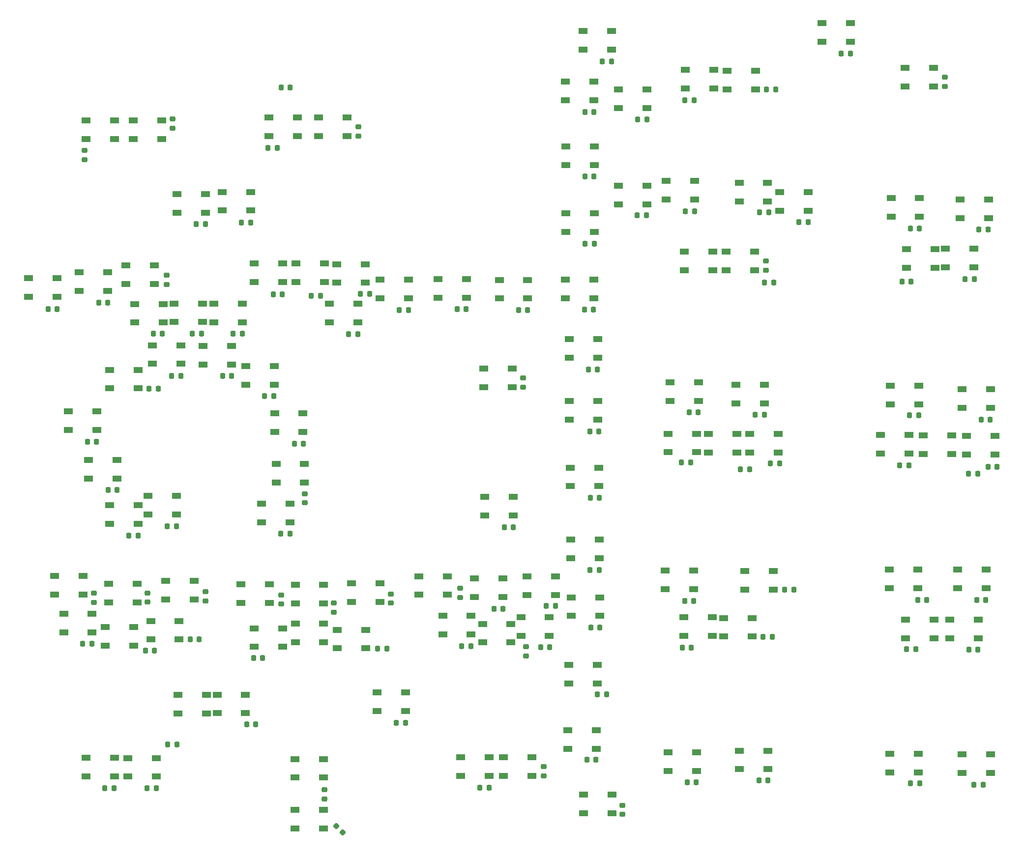
<source format=gbr>
%TF.GenerationSoftware,KiCad,Pcbnew,(6.0.9)*%
%TF.CreationDate,2022-12-07T12:29:01-09:00*%
%TF.ProjectId,COMM Panel,434f4d4d-2050-4616-9e65-6c2e6b696361,rev?*%
%TF.SameCoordinates,Original*%
%TF.FileFunction,Paste,Top*%
%TF.FilePolarity,Positive*%
%FSLAX46Y46*%
G04 Gerber Fmt 4.6, Leading zero omitted, Abs format (unit mm)*
G04 Created by KiCad (PCBNEW (6.0.9)) date 2022-12-07 12:29:01*
%MOMM*%
%LPD*%
G01*
G04 APERTURE LIST*
G04 Aperture macros list*
%AMRoundRect*
0 Rectangle with rounded corners*
0 $1 Rounding radius*
0 $2 $3 $4 $5 $6 $7 $8 $9 X,Y pos of 4 corners*
0 Add a 4 corners polygon primitive as box body*
4,1,4,$2,$3,$4,$5,$6,$7,$8,$9,$2,$3,0*
0 Add four circle primitives for the rounded corners*
1,1,$1+$1,$2,$3*
1,1,$1+$1,$4,$5*
1,1,$1+$1,$6,$7*
1,1,$1+$1,$8,$9*
0 Add four rect primitives between the rounded corners*
20,1,$1+$1,$2,$3,$4,$5,0*
20,1,$1+$1,$4,$5,$6,$7,0*
20,1,$1+$1,$6,$7,$8,$9,0*
20,1,$1+$1,$8,$9,$2,$3,0*%
G04 Aperture macros list end*
%ADD10RoundRect,0.218750X0.256250X-0.218750X0.256250X0.218750X-0.256250X0.218750X-0.256250X-0.218750X0*%
%ADD11RoundRect,0.218750X-0.218750X-0.256250X0.218750X-0.256250X0.218750X0.256250X-0.218750X0.256250X0*%
%ADD12R,1.500000X1.000000*%
%ADD13RoundRect,0.218750X-0.256250X0.218750X-0.256250X-0.218750X0.256250X-0.218750X0.256250X0.218750X0*%
%ADD14RoundRect,0.218750X0.218750X0.256250X-0.218750X0.256250X-0.218750X-0.256250X0.218750X-0.256250X0*%
%ADD15RoundRect,0.218750X0.335876X0.026517X0.026517X0.335876X-0.335876X-0.026517X-0.026517X-0.335876X0*%
G04 APERTURE END LIST*
D10*
%TO.C,C48*%
X151930000Y-126685000D03*
X151930000Y-128260000D03*
%TD*%
D11*
%TO.C,C59*%
X166660000Y-25790000D03*
X165085000Y-25790000D03*
%TD*%
D12*
%TO.C,D109*%
X161850000Y-152150000D03*
X161850000Y-155350000D03*
X166750000Y-152150000D03*
X166750000Y-155350000D03*
%TD*%
D13*
%TO.C,C33*%
X86750000Y-119000000D03*
X86750000Y-117425000D03*
%TD*%
D11*
%TO.C,C25*%
X91750000Y-105925000D03*
X90175000Y-105925000D03*
%TD*%
%TO.C,R1*%
X111350000Y-30325000D03*
X109775000Y-30325000D03*
%TD*%
D10*
%TO.C,C110*%
X75900000Y-41150000D03*
X75900000Y-42725000D03*
%TD*%
D13*
%TO.C,C109*%
X168550000Y-155567500D03*
X168550000Y-153992500D03*
%TD*%
D11*
%TO.C,C108*%
X123007500Y-72820000D03*
X121432500Y-72820000D03*
%TD*%
%TO.C,C107*%
X207810000Y-24450000D03*
X206235000Y-24450000D03*
%TD*%
D13*
%TO.C,C106*%
X224140000Y-30125000D03*
X224140000Y-28550000D03*
%TD*%
D14*
%TO.C,C105*%
X193400000Y-30660000D03*
X194975000Y-30660000D03*
%TD*%
D11*
%TO.C,C104*%
X180880000Y-32480000D03*
X179305000Y-32480000D03*
%TD*%
%TO.C,C103*%
X172800000Y-35810000D03*
X171225000Y-35810000D03*
%TD*%
%TO.C,C102*%
X231555000Y-54800000D03*
X229980000Y-54800000D03*
%TD*%
%TO.C,C101*%
X219720000Y-54580000D03*
X218145000Y-54580000D03*
%TD*%
%TO.C,C100*%
X200530000Y-53490000D03*
X198955000Y-53490000D03*
%TD*%
%TO.C,C99*%
X193787500Y-51800000D03*
X192212500Y-51800000D03*
%TD*%
%TO.C,C98*%
X180965000Y-51670000D03*
X179390000Y-51670000D03*
%TD*%
%TO.C,C97*%
X172715000Y-52340000D03*
X171140000Y-52340000D03*
%TD*%
%TO.C,C96*%
X229150000Y-63300000D03*
X227575000Y-63300000D03*
%TD*%
%TO.C,C95*%
X218287500Y-63800000D03*
X216712500Y-63800000D03*
%TD*%
D13*
%TO.C,C94*%
X193260000Y-61805000D03*
X193260000Y-60230000D03*
%TD*%
D14*
%TO.C,C93*%
X193040000Y-63910000D03*
X194615000Y-63910000D03*
%TD*%
D11*
%TO.C,C92*%
X231930000Y-87510000D03*
X230355000Y-87510000D03*
%TD*%
%TO.C,C91*%
X219595000Y-86820000D03*
X218020000Y-86820000D03*
%TD*%
%TO.C,C90*%
X193030000Y-86680000D03*
X191455000Y-86680000D03*
%TD*%
%TO.C,C89*%
X181620000Y-86290000D03*
X180045000Y-86290000D03*
%TD*%
%TO.C,C88*%
X233100000Y-95660000D03*
X231525000Y-95660000D03*
%TD*%
%TO.C,C87*%
X229767500Y-96900000D03*
X228192500Y-96900000D03*
%TD*%
%TO.C,C86*%
X217880000Y-95390000D03*
X216305000Y-95390000D03*
%TD*%
%TO.C,C85*%
X195637500Y-95100000D03*
X194062500Y-95100000D03*
%TD*%
%TO.C,C84*%
X190467500Y-96100000D03*
X188892500Y-96100000D03*
%TD*%
%TO.C,C83*%
X180287500Y-94950000D03*
X178712500Y-94950000D03*
%TD*%
%TO.C,C82*%
X231170000Y-118620000D03*
X229595000Y-118620000D03*
%TD*%
D14*
%TO.C,C81*%
X219435000Y-118600000D03*
X221010000Y-118600000D03*
%TD*%
%TO.C,C80*%
X196500000Y-116875000D03*
X198075000Y-116875000D03*
%TD*%
D11*
%TO.C,C79*%
X180850000Y-118760000D03*
X179275000Y-118760000D03*
%TD*%
%TO.C,C78*%
X229795000Y-127160000D03*
X228220000Y-127160000D03*
%TD*%
%TO.C,C77*%
X219095460Y-127093980D03*
X217520460Y-127093980D03*
%TD*%
D14*
%TO.C,C76*%
X192775000Y-124975000D03*
X194350000Y-124975000D03*
%TD*%
D11*
%TO.C,C75*%
X180425000Y-126800000D03*
X178850000Y-126800000D03*
%TD*%
%TO.C,C74*%
X230675000Y-150460000D03*
X229100000Y-150460000D03*
%TD*%
%TO.C,C73*%
X219787500Y-150164800D03*
X218212500Y-150164800D03*
%TD*%
%TO.C,C72*%
X193650000Y-149725000D03*
X192075000Y-149725000D03*
%TD*%
%TO.C,C71*%
X181300000Y-150025000D03*
X179725000Y-150025000D03*
%TD*%
%TO.C,C70*%
X164025000Y-146175000D03*
X162450000Y-146175000D03*
%TD*%
D14*
%TO.C,C69*%
X164250000Y-134900000D03*
X165825000Y-134900000D03*
%TD*%
D11*
%TO.C,C68*%
X164687500Y-123375000D03*
X163112500Y-123375000D03*
%TD*%
%TO.C,C67*%
X164575000Y-113425000D03*
X163000000Y-113425000D03*
%TD*%
%TO.C,C66*%
X164590000Y-101000000D03*
X163015000Y-101000000D03*
%TD*%
%TO.C,C65*%
X164517500Y-89600000D03*
X162942500Y-89600000D03*
%TD*%
%TO.C,C64*%
X164270000Y-78880000D03*
X162695000Y-78880000D03*
%TD*%
%TO.C,C63*%
X163590000Y-68610000D03*
X162015000Y-68610000D03*
%TD*%
%TO.C,C62*%
X163730000Y-57250000D03*
X162155000Y-57250000D03*
%TD*%
%TO.C,C61*%
X163680000Y-45650000D03*
X162105000Y-45650000D03*
%TD*%
%TO.C,C60*%
X163680000Y-34540000D03*
X162105000Y-34540000D03*
%TD*%
D13*
%TO.C,C58*%
X155000000Y-148925000D03*
X155000000Y-147350000D03*
%TD*%
D11*
%TO.C,C57*%
X145600000Y-150975000D03*
X144025000Y-150975000D03*
%TD*%
D15*
%TO.C,C56*%
X119247333Y-157553073D03*
X120361027Y-158666767D03*
%TD*%
D10*
%TO.C,C55*%
X117221000Y-151333000D03*
X117221000Y-152908000D03*
%TD*%
D11*
%TO.C,C54*%
X88267500Y-151090000D03*
X86692500Y-151090000D03*
%TD*%
%TO.C,C53*%
X80980000Y-151090000D03*
X79405000Y-151090000D03*
%TD*%
%TO.C,C52*%
X131200000Y-139775000D03*
X129625000Y-139775000D03*
%TD*%
D14*
%TO.C,C51*%
X103860500Y-140081000D03*
X105435500Y-140081000D03*
%TD*%
D11*
%TO.C,C50*%
X91817500Y-143550000D03*
X90242500Y-143550000D03*
%TD*%
%TO.C,C49*%
X156050000Y-126750000D03*
X154475000Y-126750000D03*
%TD*%
%TO.C,C47*%
X142460000Y-126600000D03*
X140885000Y-126600000D03*
%TD*%
D14*
%TO.C,C46*%
X126400000Y-126975000D03*
X127975000Y-126975000D03*
%TD*%
D11*
%TO.C,C44*%
X106598860Y-128640840D03*
X105023860Y-128640840D03*
%TD*%
D14*
%TO.C,C43*%
X94125000Y-125425000D03*
X95700000Y-125425000D03*
%TD*%
%TO.C,C42*%
X86400000Y-127375000D03*
X87975000Y-127375000D03*
%TD*%
D11*
%TO.C,C41*%
X77175000Y-126200000D03*
X75600000Y-126200000D03*
%TD*%
%TO.C,C40*%
X157050000Y-119675000D03*
X155475000Y-119675000D03*
%TD*%
%TO.C,C39*%
X148000000Y-120150000D03*
X146425000Y-120150000D03*
%TD*%
D13*
%TO.C,C38*%
X140625000Y-118200000D03*
X140625000Y-116625000D03*
%TD*%
%TO.C,C37*%
X128701800Y-119161700D03*
X128701800Y-117586700D03*
%TD*%
D10*
%TO.C,C36*%
X118833900Y-119164100D03*
X118833900Y-120739100D03*
%TD*%
D13*
%TO.C,C35*%
X109800000Y-119325000D03*
X109800000Y-117750000D03*
%TD*%
%TO.C,C34*%
X96799400Y-118755300D03*
X96799400Y-117180300D03*
%TD*%
D10*
%TO.C,C32*%
X77550000Y-117450000D03*
X77550000Y-119025000D03*
%TD*%
D11*
%TO.C,C31*%
X149780000Y-106100000D03*
X148205000Y-106100000D03*
%TD*%
D13*
%TO.C,C30*%
X151440000Y-81925000D03*
X151440000Y-80350000D03*
%TD*%
D14*
%TO.C,C29*%
X87025000Y-82200000D03*
X88600000Y-82200000D03*
%TD*%
D11*
%TO.C,C28*%
X78000000Y-91375000D03*
X76425000Y-91375000D03*
%TD*%
%TO.C,C27*%
X81550000Y-99700000D03*
X79975000Y-99700000D03*
%TD*%
%TO.C,C26*%
X85125000Y-107500000D03*
X83550000Y-107500000D03*
%TD*%
%TO.C,C24*%
X111325000Y-107200000D03*
X109750000Y-107200000D03*
%TD*%
D10*
%TO.C,C23*%
X113825000Y-100300000D03*
X113825000Y-101875000D03*
%TD*%
D11*
%TO.C,C22*%
X113650000Y-91670000D03*
X112075000Y-91670000D03*
%TD*%
%TO.C,C21*%
X108537500Y-83525000D03*
X106962500Y-83525000D03*
%TD*%
%TO.C,C20*%
X101275000Y-80025000D03*
X99700000Y-80025000D03*
%TD*%
%TO.C,C19*%
X92500000Y-80025000D03*
X90925000Y-80025000D03*
%TD*%
%TO.C,C18*%
X103100000Y-72750000D03*
X101525000Y-72750000D03*
%TD*%
%TO.C,C17*%
X96050000Y-72775000D03*
X94475000Y-72775000D03*
%TD*%
%TO.C,C16*%
X89350000Y-72775000D03*
X87775000Y-72775000D03*
%TD*%
%TO.C,C15*%
X152250000Y-68710000D03*
X150675000Y-68710000D03*
%TD*%
%TO.C,C14*%
X141660000Y-68520000D03*
X140085000Y-68520000D03*
%TD*%
%TO.C,C13*%
X131710000Y-68640000D03*
X130135000Y-68640000D03*
%TD*%
%TO.C,C12*%
X125037500Y-65850000D03*
X123462500Y-65850000D03*
%TD*%
%TO.C,C11*%
X116537500Y-66250000D03*
X114962500Y-66250000D03*
%TD*%
%TO.C,C10*%
X110005000Y-65990000D03*
X108430000Y-65990000D03*
%TD*%
D13*
%TO.C,C9*%
X90050000Y-64250000D03*
X90050000Y-62675000D03*
%TD*%
D11*
%TO.C,C8*%
X79925000Y-67375000D03*
X78350000Y-67375000D03*
%TD*%
%TO.C,C7*%
X71225000Y-68500000D03*
X69650000Y-68500000D03*
%TD*%
%TO.C,C6*%
X104525000Y-53600000D03*
X102950000Y-53600000D03*
%TD*%
%TO.C,C5*%
X96725000Y-53875000D03*
X95150000Y-53875000D03*
%TD*%
D13*
%TO.C,C4*%
X123100000Y-38675000D03*
X123100000Y-37100000D03*
%TD*%
D11*
%TO.C,C3*%
X109125000Y-40700000D03*
X107550000Y-40700000D03*
%TD*%
D13*
%TO.C,C2*%
X91050000Y-37350000D03*
X91050000Y-35775000D03*
%TD*%
D12*
%TO.C,D40*%
X152174000Y-114554000D03*
X152174000Y-117754000D03*
X157074000Y-114554000D03*
X157074000Y-117754000D03*
%TD*%
%TO.C,D108*%
X118100000Y-67600000D03*
X118100000Y-70800000D03*
X123000000Y-67600000D03*
X123000000Y-70800000D03*
%TD*%
%TO.C,D107*%
X202923000Y-19202400D03*
X202923000Y-22402400D03*
X207823000Y-19202400D03*
X207823000Y-22402400D03*
%TD*%
%TO.C,D106*%
X217248000Y-26924400D03*
X217248000Y-30124400D03*
X222148000Y-26924400D03*
X222148000Y-30124400D03*
%TD*%
%TO.C,D105*%
X186616000Y-27432400D03*
X186616000Y-30632400D03*
X191516000Y-27432400D03*
X191516000Y-30632400D03*
%TD*%
%TO.C,D104*%
X179402000Y-27280000D03*
X179402000Y-30480000D03*
X184302000Y-27280000D03*
X184302000Y-30480000D03*
%TD*%
%TO.C,D103*%
X167922000Y-30632400D03*
X167922000Y-33832400D03*
X172822000Y-30632400D03*
X172822000Y-33832400D03*
%TD*%
%TO.C,D102*%
X226748000Y-49632000D03*
X226748000Y-52832000D03*
X231648000Y-49632000D03*
X231648000Y-52832000D03*
%TD*%
%TO.C,D101*%
X214833000Y-49377600D03*
X214833000Y-52577600D03*
X219733000Y-49377600D03*
X219733000Y-52577600D03*
%TD*%
%TO.C,D100*%
X195631000Y-48361600D03*
X195631000Y-51561600D03*
X200531000Y-48361600D03*
X200531000Y-51561600D03*
%TD*%
%TO.C,D99*%
X188671000Y-46736000D03*
X188671000Y-49936000D03*
X193571000Y-46736000D03*
X193571000Y-49936000D03*
%TD*%
%TO.C,D98*%
X176073000Y-46431200D03*
X176073000Y-49631200D03*
X180973000Y-46431200D03*
X180973000Y-49631200D03*
%TD*%
%TO.C,D97*%
X167894000Y-47244000D03*
X167894000Y-50444000D03*
X172794000Y-47244000D03*
X172794000Y-50444000D03*
%TD*%
%TO.C,D96*%
X224208000Y-58115200D03*
X224208000Y-61315200D03*
X229108000Y-58115200D03*
X229108000Y-61315200D03*
%TD*%
%TO.C,D95*%
X217502000Y-58166400D03*
X217502000Y-61366400D03*
X222402000Y-58166400D03*
X222402000Y-61366400D03*
%TD*%
%TO.C,D94*%
X186413000Y-58572800D03*
X186413000Y-61772800D03*
X191313000Y-58572800D03*
X191313000Y-61772800D03*
%TD*%
%TO.C,D93*%
X179199000Y-58623600D03*
X179199000Y-61823600D03*
X184099000Y-58623600D03*
X184099000Y-61823600D03*
%TD*%
%TO.C,D92*%
X227053000Y-82296400D03*
X227053000Y-85496400D03*
X231953000Y-82296400D03*
X231953000Y-85496400D03*
%TD*%
%TO.C,D91*%
X214681000Y-81686800D03*
X214681000Y-84886800D03*
X219581000Y-81686800D03*
X219581000Y-84886800D03*
%TD*%
%TO.C,D90*%
X188140000Y-81534400D03*
X188140000Y-84734400D03*
X193040000Y-81534400D03*
X193040000Y-84734400D03*
%TD*%
%TO.C,D89*%
X176761000Y-81128000D03*
X176761000Y-84328000D03*
X181661000Y-81128000D03*
X181661000Y-84328000D03*
%TD*%
%TO.C,D88*%
X227815000Y-90322400D03*
X227815000Y-93522400D03*
X232715000Y-90322400D03*
X232715000Y-93522400D03*
%TD*%
%TO.C,D87*%
X220410000Y-90246400D03*
X220410000Y-93446400D03*
X225310000Y-90246400D03*
X225310000Y-93446400D03*
%TD*%
%TO.C,D86*%
X213032000Y-90170400D03*
X213032000Y-93370400D03*
X217932000Y-90170400D03*
X217932000Y-93370400D03*
%TD*%
%TO.C,D85*%
X190477000Y-90017600D03*
X190477000Y-93217600D03*
X195377000Y-90017600D03*
X195377000Y-93217600D03*
%TD*%
%TO.C,D84*%
X183416000Y-90018000D03*
X183416000Y-93218000D03*
X188316000Y-90018000D03*
X188316000Y-93218000D03*
%TD*%
%TO.C,D83*%
X176456000Y-89966800D03*
X176456000Y-93166800D03*
X181356000Y-89966800D03*
X181356000Y-93166800D03*
%TD*%
%TO.C,D82*%
X226302000Y-113411000D03*
X226302000Y-116611000D03*
X231202000Y-113411000D03*
X231202000Y-116611000D03*
%TD*%
%TO.C,D81*%
X214517000Y-113360000D03*
X214517000Y-116560000D03*
X219417000Y-113360000D03*
X219417000Y-116560000D03*
%TD*%
%TO.C,D80*%
X189664000Y-113640000D03*
X189664000Y-116840000D03*
X194564000Y-113640000D03*
X194564000Y-116840000D03*
%TD*%
%TO.C,D79*%
X175948000Y-113538000D03*
X175948000Y-116738000D03*
X180848000Y-113538000D03*
X180848000Y-116738000D03*
%TD*%
%TO.C,D78*%
X224982000Y-121996000D03*
X224982000Y-125196000D03*
X229882000Y-121996000D03*
X229882000Y-125196000D03*
%TD*%
%TO.C,D77*%
X217362000Y-122047000D03*
X217362000Y-125247000D03*
X222262000Y-122047000D03*
X222262000Y-125247000D03*
%TD*%
%TO.C,D76*%
X185979000Y-121717000D03*
X185979000Y-124917000D03*
X190879000Y-121717000D03*
X190879000Y-124917000D03*
%TD*%
%TO.C,D75*%
X179121000Y-121616000D03*
X179121000Y-124816000D03*
X184021000Y-121616000D03*
X184021000Y-124816000D03*
%TD*%
%TO.C,D74*%
X227053000Y-145237000D03*
X227053000Y-148437000D03*
X231953000Y-145237000D03*
X231953000Y-148437000D03*
%TD*%
%TO.C,D73*%
X214607000Y-145136000D03*
X214607000Y-148336000D03*
X219507000Y-145136000D03*
X219507000Y-148336000D03*
%TD*%
%TO.C,D72*%
X188750000Y-144577000D03*
X188750000Y-147777000D03*
X193650000Y-144577000D03*
X193650000Y-147777000D03*
%TD*%
%TO.C,D71*%
X176428000Y-144882000D03*
X176428000Y-148082000D03*
X181328000Y-144882000D03*
X181328000Y-148082000D03*
%TD*%
%TO.C,D70*%
X159184000Y-141072000D03*
X159184000Y-144272000D03*
X164084000Y-141072000D03*
X164084000Y-144272000D03*
%TD*%
%TO.C,D69*%
X159336000Y-129794000D03*
X159336000Y-132994000D03*
X164236000Y-129794000D03*
X164236000Y-132994000D03*
%TD*%
%TO.C,D68*%
X159794000Y-118161000D03*
X159794000Y-121361000D03*
X164694000Y-118161000D03*
X164694000Y-121361000D03*
%TD*%
%TO.C,D67*%
X159641000Y-108204000D03*
X159641000Y-111404000D03*
X164541000Y-108204000D03*
X164541000Y-111404000D03*
%TD*%
%TO.C,D66*%
X159614000Y-95808800D03*
X159614000Y-99008800D03*
X164514000Y-95808800D03*
X164514000Y-99008800D03*
%TD*%
%TO.C,D65*%
X159410000Y-84328400D03*
X159410000Y-87528400D03*
X164310000Y-84328400D03*
X164310000Y-87528400D03*
%TD*%
%TO.C,D64*%
X159387000Y-73660000D03*
X159387000Y-76860000D03*
X164287000Y-73660000D03*
X164287000Y-76860000D03*
%TD*%
%TO.C,D63*%
X158727000Y-63398400D03*
X158727000Y-66598400D03*
X163627000Y-63398400D03*
X163627000Y-66598400D03*
%TD*%
%TO.C,D62*%
X158828000Y-52019200D03*
X158828000Y-55219200D03*
X163728000Y-52019200D03*
X163728000Y-55219200D03*
%TD*%
%TO.C,D61*%
X158801000Y-40487600D03*
X158801000Y-43687600D03*
X163701000Y-40487600D03*
X163701000Y-43687600D03*
%TD*%
%TO.C,D60*%
X158778000Y-29311600D03*
X158778000Y-32511600D03*
X163678000Y-29311600D03*
X163678000Y-32511600D03*
%TD*%
%TO.C,D59*%
X161826000Y-20574000D03*
X161826000Y-23774000D03*
X166726000Y-20574000D03*
X166726000Y-23774000D03*
%TD*%
%TO.C,D58*%
X148082000Y-145745000D03*
X148082000Y-148945000D03*
X152982000Y-145745000D03*
X152982000Y-148945000D03*
%TD*%
%TO.C,D57*%
X140716000Y-145745000D03*
X140716000Y-148945000D03*
X145616000Y-145745000D03*
X145616000Y-148945000D03*
%TD*%
%TO.C,D56*%
X112206000Y-154762000D03*
X112206000Y-157962000D03*
X117106000Y-154762000D03*
X117106000Y-157962000D03*
%TD*%
%TO.C,D55*%
X112206000Y-146025000D03*
X112206000Y-149225000D03*
X117106000Y-146025000D03*
X117106000Y-149225000D03*
%TD*%
%TO.C,D54*%
X83413600Y-145847000D03*
X83413600Y-149047000D03*
X88313600Y-145847000D03*
X88313600Y-149047000D03*
%TD*%
%TO.C,D53*%
X76200000Y-145796000D03*
X76200000Y-148996000D03*
X81100000Y-145796000D03*
X81100000Y-148996000D03*
%TD*%
%TO.C,D52*%
X126289000Y-134518000D03*
X126289000Y-137718000D03*
X131189000Y-134518000D03*
X131189000Y-137718000D03*
%TD*%
%TO.C,D51*%
X98755000Y-134925000D03*
X98755000Y-138125000D03*
X103655000Y-134925000D03*
X103655000Y-138125000D03*
%TD*%
%TO.C,D50*%
X91998800Y-134976000D03*
X91998800Y-138176000D03*
X96898800Y-134976000D03*
X96898800Y-138176000D03*
%TD*%
%TO.C,D49*%
X151079000Y-121564000D03*
X151079000Y-124764000D03*
X155979000Y-121564000D03*
X155979000Y-124764000D03*
%TD*%
%TO.C,D48*%
X144475000Y-122733000D03*
X144475000Y-125933000D03*
X149375000Y-122733000D03*
X149375000Y-125933000D03*
%TD*%
%TO.C,D47*%
X137617000Y-121361000D03*
X137617000Y-124561000D03*
X142517000Y-121361000D03*
X142517000Y-124561000D03*
%TD*%
%TO.C,D46*%
X119482000Y-123749000D03*
X119482000Y-126949000D03*
X124382000Y-123749000D03*
X124382000Y-126949000D03*
%TD*%
%TO.C,D45*%
X112217000Y-122682000D03*
X112217000Y-125882000D03*
X117117000Y-122682000D03*
X117117000Y-125882000D03*
%TD*%
%TO.C,D44*%
X105125000Y-123500000D03*
X105125000Y-126700000D03*
X110025000Y-123500000D03*
X110025000Y-126700000D03*
%TD*%
%TO.C,D43*%
X87325200Y-122225000D03*
X87325200Y-125425000D03*
X92225200Y-122225000D03*
X92225200Y-125425000D03*
%TD*%
%TO.C,D42*%
X79502000Y-123292000D03*
X79502000Y-126492000D03*
X84402000Y-123292000D03*
X84402000Y-126492000D03*
%TD*%
%TO.C,D41*%
X72339200Y-121006000D03*
X72339200Y-124206000D03*
X77239200Y-121006000D03*
X77239200Y-124206000D03*
%TD*%
%TO.C,D39*%
X143080000Y-114910000D03*
X143080000Y-118110000D03*
X147980000Y-114910000D03*
X147980000Y-118110000D03*
%TD*%
%TO.C,D38*%
X133491000Y-114529000D03*
X133491000Y-117729000D03*
X138391000Y-114529000D03*
X138391000Y-117729000D03*
%TD*%
%TO.C,D37*%
X121948000Y-115722000D03*
X121948000Y-118922000D03*
X126848000Y-115722000D03*
X126848000Y-118922000D03*
%TD*%
%TO.C,D36*%
X112217000Y-115976000D03*
X112217000Y-119176000D03*
X117117000Y-115976000D03*
X117117000Y-119176000D03*
%TD*%
%TO.C,D35*%
X102870000Y-115926000D03*
X102870000Y-119126000D03*
X107770000Y-115926000D03*
X107770000Y-119126000D03*
%TD*%
%TO.C,D34*%
X89943600Y-115316000D03*
X89943600Y-118516000D03*
X94843600Y-115316000D03*
X94843600Y-118516000D03*
%TD*%
%TO.C,D33*%
X80060800Y-115824000D03*
X80060800Y-119024000D03*
X84960800Y-115824000D03*
X84960800Y-119024000D03*
%TD*%
%TO.C,D32*%
X70741200Y-114503000D03*
X70741200Y-117703000D03*
X75641200Y-114503000D03*
X75641200Y-117703000D03*
%TD*%
%TO.C,D31*%
X144870000Y-100864000D03*
X144870000Y-104064000D03*
X149770000Y-100864000D03*
X149770000Y-104064000D03*
%TD*%
%TO.C,D30*%
X144678000Y-78740000D03*
X144678000Y-81940000D03*
X149578000Y-78740000D03*
X149578000Y-81940000D03*
%TD*%
%TO.C,D29*%
X80252400Y-78968800D03*
X80252400Y-82168800D03*
X85152400Y-78968800D03*
X85152400Y-82168800D03*
%TD*%
%TO.C,D28*%
X73128800Y-86106000D03*
X73128800Y-89306000D03*
X78028800Y-86106000D03*
X78028800Y-89306000D03*
%TD*%
%TO.C,D27*%
X76634000Y-94488400D03*
X76634000Y-97688400D03*
X81534000Y-94488400D03*
X81534000Y-97688400D03*
%TD*%
%TO.C,D26*%
X80240800Y-102311000D03*
X80240800Y-105511000D03*
X85140800Y-102311000D03*
X85140800Y-105511000D03*
%TD*%
%TO.C,D25*%
X86856400Y-100711000D03*
X86856400Y-103911000D03*
X91756400Y-100711000D03*
X91756400Y-103911000D03*
%TD*%
%TO.C,D24*%
X106426000Y-102006000D03*
X106426000Y-105206000D03*
X111326000Y-102006000D03*
X111326000Y-105206000D03*
%TD*%
%TO.C,D23*%
X108915000Y-95148400D03*
X108915000Y-98348400D03*
X113815000Y-95148400D03*
X113815000Y-98348400D03*
%TD*%
%TO.C,D22*%
X108661000Y-86461600D03*
X108661000Y-89661600D03*
X113561000Y-86461600D03*
X113561000Y-89661600D03*
%TD*%
%TO.C,D21*%
X103683000Y-78333600D03*
X103683000Y-81533600D03*
X108583000Y-78333600D03*
X108583000Y-81533600D03*
%TD*%
%TO.C,D20*%
X96367600Y-74828800D03*
X96367600Y-78028800D03*
X101267600Y-74828800D03*
X101267600Y-78028800D03*
%TD*%
%TO.C,D19*%
X87630000Y-74726800D03*
X87630000Y-77926800D03*
X92530000Y-74726800D03*
X92530000Y-77926800D03*
%TD*%
%TO.C,D18*%
X98196000Y-67564000D03*
X98196000Y-70764000D03*
X103096000Y-67564000D03*
X103096000Y-70764000D03*
%TD*%
%TO.C,D17*%
X91326800Y-67538800D03*
X91326800Y-70738800D03*
X96226800Y-67538800D03*
X96226800Y-70738800D03*
%TD*%
%TO.C,D16*%
X84558800Y-67614800D03*
X84558800Y-70814800D03*
X89458800Y-67614800D03*
X89458800Y-70814800D03*
%TD*%
%TO.C,D15*%
X147359000Y-63474800D03*
X147359000Y-66674800D03*
X152259000Y-63474800D03*
X152259000Y-66674800D03*
%TD*%
%TO.C,D14*%
X136804000Y-63347600D03*
X136804000Y-66547600D03*
X141704000Y-63347600D03*
X141704000Y-66547600D03*
%TD*%
%TO.C,D13*%
X126797000Y-63398400D03*
X126797000Y-66598400D03*
X131697000Y-63398400D03*
X131697000Y-66598400D03*
%TD*%
%TO.C,D12*%
X119357000Y-60756800D03*
X119357000Y-63956800D03*
X124257000Y-60756800D03*
X124257000Y-63956800D03*
%TD*%
%TO.C,D11*%
X112370000Y-60655200D03*
X112370000Y-63855200D03*
X117270000Y-60655200D03*
X117270000Y-63855200D03*
%TD*%
%TO.C,D10*%
X105144000Y-60630000D03*
X105144000Y-63830000D03*
X110044000Y-60630000D03*
X110044000Y-63830000D03*
%TD*%
%TO.C,D9*%
X83058000Y-60960000D03*
X83058000Y-64160000D03*
X87958000Y-60960000D03*
X87958000Y-64160000D03*
%TD*%
%TO.C,D8*%
X75031600Y-62179600D03*
X75031600Y-65379600D03*
X79931600Y-62179600D03*
X79931600Y-65379600D03*
%TD*%
%TO.C,D7*%
X66321600Y-63195200D03*
X66321600Y-66395200D03*
X71221600Y-63195200D03*
X71221600Y-66395200D03*
%TD*%
%TO.C,D6*%
X99646000Y-48310800D03*
X99646000Y-51510800D03*
X104546000Y-48310800D03*
X104546000Y-51510800D03*
%TD*%
%TO.C,D5*%
X91874000Y-48666400D03*
X91874000Y-51866400D03*
X96774000Y-48666400D03*
X96774000Y-51866400D03*
%TD*%
%TO.C,D4*%
X116207000Y-35458800D03*
X116207000Y-38658800D03*
X121107000Y-35458800D03*
X121107000Y-38658800D03*
%TD*%
%TO.C,D3*%
X107696000Y-35509200D03*
X107696000Y-38709200D03*
X112596000Y-35509200D03*
X112596000Y-38709200D03*
%TD*%
%TO.C,D2*%
X84328000Y-35966800D03*
X84328000Y-39166800D03*
X89228000Y-35966800D03*
X89228000Y-39166800D03*
%TD*%
%TO.C,D1*%
X76227600Y-36017600D03*
X76227600Y-39217600D03*
X81127600Y-36017600D03*
X81127600Y-39217600D03*
%TD*%
M02*

</source>
